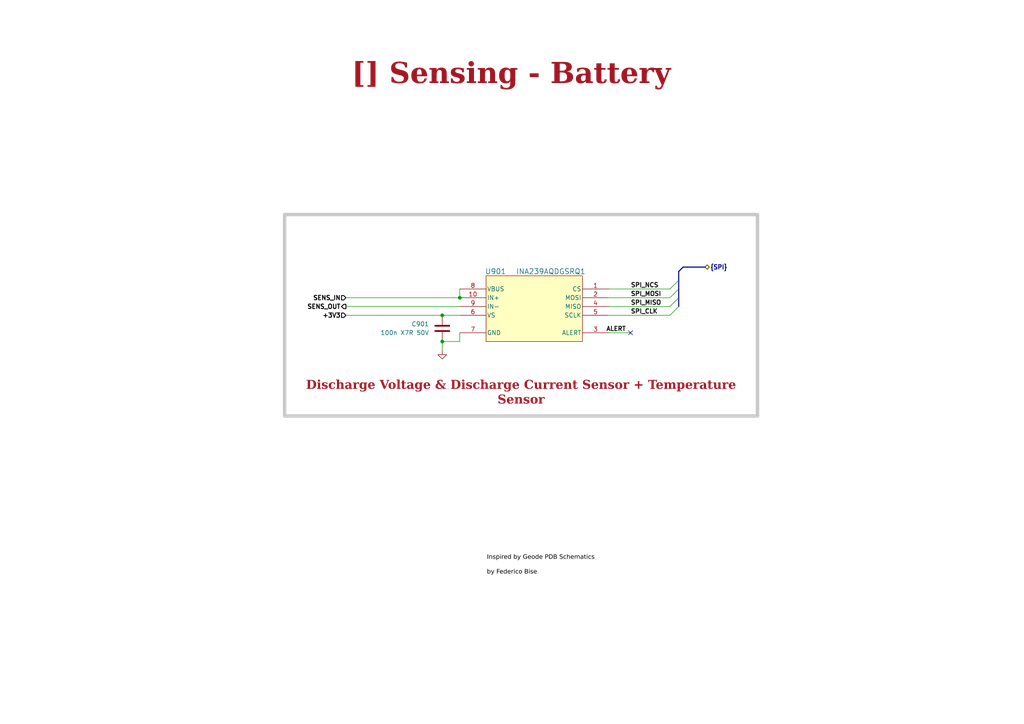
<source format=kicad_sch>
(kicad_sch (version 20231120) (generator "eeschema") (generator_version "8.0")
  (paper "A4")
  (title_block (title "Sensing - Battery") (date "Last Modified Date") (rev "${REVISION}") (company "${COMPANY}"))
  (lib_symbols
    (symbol "Charge_Manager_SYM:INA239AQDGSRQ1" (pin_names (offset 0.254))
      (property "Reference" "U901" (at 32.766 5.08 0))
      (property "Value" "INA239AQDGSRQ1" (at 16.764 5.08 0))
      (symbol "INA239AQDGSRQ1_0_1"
        (pin input line (at 0 0 0) (length 7.62) (name "CS") (number "1"))
        (pin input line (at 43.18 -2.54 180) (length 7.62) (name "IN+") (number "10"))
        (pin input line (at 0 -2.54 0) (length 7.62) (name "MOSI") (number "2"))
        (pin output line (at 0 -12.7 0) (length 7.62) (name "ALERT") (number "3"))
        (pin output line (at 0 -5.08 0) (length 7.62) (name "MISO") (number "4"))
        (pin input line (at 0 -7.62 0) (length 7.62) (name "SCLK") (number "5"))
        (pin power_in line (at 43.18 -7.62 180) (length 7.62) (name "VS") (number "6"))
        (pin power_out line (at 43.18 -12.7 180) (length 7.62) (name "GND") (number "7"))
        (pin input line (at 43.18 0 180) (length 7.62) (name "VBUS") (number "8"))
        (pin input line (at 43.18 -5.08 180) (length 7.62) (name "IN-") (number "9"))
      )
      (symbol "INA239AQDGSRQ1_1_1"
        (rectangle (start 7.62 3.81) (end 35.56 -15.24) (fill (type background)))
      )
    )
    (symbol "Device:C" (pin_numbers hide) (pin_names (offset 0.254))
      (property "Reference" "C" (at 0.635 2.54 0))
      (property "Value" "C" (at 0.635 -2.54 0))
      (symbol "C_0_1"
        (polyline (pts (xy -2.032 -0.762) (xy 2.032 -0.762)) (stroke (width 0.508)))
        (polyline (pts (xy -2.032 0.762) (xy 2.032 0.762)) (stroke (width 0.508)))
      )
      (symbol "C_1_1"
        (pin passive line (at 0 3.81 270) (length 2.794) (name "~") (number "1"))
        (pin passive line (at 0 -3.81 90) (length 2.794) (name "~") (number "2"))
      )
    )
    (symbol "power:GND" (power) (pin_numbers hide) (pin_names (offset 0) hide)
      (property "Value" "GND" (at 0 -3.81 0))
      (symbol "GND_0_1"
        (polyline (pts (xy 0 0) (xy 0 -1.27) (xy 1.27 -1.27) (xy 0 -2.54) (xy -1.27 -1.27) (xy 0 -1.27)))
      )
      (symbol "GND_1_1"
        (pin power_in line (at 0 0 270) (length 0) (name "~") (number "1"))
      )
    )
  )
  (junction (at 133.35 86.36))
  (junction (at 128.27 91.44))
  (junction (at 128.27 99.06))
  (no_connect (at 182.88 96.52))
  (bus_entry (at 196.85 81.28) (size -2.54 2.54))
  (bus_entry (at 196.85 86.36) (size -2.54 2.54))
  (bus_entry (at 196.85 83.82) (size -2.54 2.54))
  (bus_entry (at 196.85 88.9) (size -2.54 2.54))
  (wire (pts (xy 100.33 91.44) (xy 128.27 91.44)))
  (wire (pts (xy 133.35 83.82) (xy 133.35 86.36)))
  (bus (pts (xy 196.85 78.74) (xy 196.85 81.28)))
  (wire (pts (xy 176.53 86.36) (xy 194.31 86.36)))
  (bus (pts (xy 196.85 86.36) (xy 196.85 83.82)))
  (bus (pts (xy 196.85 88.9) (xy 196.85 86.36)))
  (bus (pts (xy 196.85 83.82) (xy 196.85 81.28)))
  (wire (pts (xy 176.53 83.82) (xy 194.31 83.82)))
  (wire (pts (xy 100.33 88.9) (xy 133.35 88.9)))
  (wire (pts (xy 176.53 91.44) (xy 194.31 91.44)))
  (wire (pts (xy 128.27 91.44) (xy 133.35 91.44)))
  (wire (pts (xy 133.35 96.52) (xy 133.35 99.06)))
  (wire (pts (xy 133.35 99.06) (xy 128.27 99.06)))
  (wire (pts (xy 128.27 99.06) (xy 128.27 101.6)))
  (bus (pts (xy 198.12 77.47) (xy 196.85 78.74)))
  (wire (pts (xy 133.35 86.36) (xy 100.33 86.36)))
  (bus (pts (xy 198.12 77.47) (xy 204.47 77.47)))
  (wire (pts (xy 176.53 88.9) (xy 194.31 88.9)))
  (wire (pts (xy 182.88 96.52) (xy 176.53 96.52)))
  (rectangle (start 82.55 62.23) (end 219.71 120.65) (stroke (width 1) (color 200 200 200 1)))
  (text_box "[${#}] ${TITLE}" (at 9.525 15.24 0) (size 277.495 12.7) (stroke (width -0.0001)) (effects (font (size 6 6) (thickness 1.2) (bold yes))))
  (text_box "Discharge Voltage & Discharge Current Sensor + Temperature Sensor" (at 82.55 111.76 0) (size 137.16 7.62) (stroke (width -0.0001)) (effects (font (size 2.54 2.54) (thickness 0.508) (bold yes)) (justify bottom)))
  (text "Inspired by Geode PDB Schematics\n\nby Federico Bise" (at 141.224 167.132 0) (effects (font (size 1.27 1.27)) (justify left bottom)))
  (label "SPI_MISO" (at 182.88 88.9 0) (effects (font (thickness 0.254) (bold yes))))
  (label "SPI_CLK" (at 182.88 91.44 0) (effects (font (thickness 0.254) (bold yes))))
  (label "SPI_NCS" (at 182.88 83.82 0) (effects (font (thickness 0.254) (bold yes))))
  (label "SPI_MOSI" (at 182.88 86.36 0) (effects (font (thickness 0.254) (bold yes))))
  (label "ALERT" (at 181.61 96.52 180) (effects (font (thickness 0.254) (bold yes))))
  (hierarchical_label "SENS_OUT" (shape output) (at 100.33 88.9 180) (effects (font (thickness 0.254) (bold yes))) (property "Netclass" "+VBAT" (effects (hide yes))))
  (hierarchical_label "{SPI}" (shape bidirectional) (at 204.47 77.47 0) (effects (font (thickness 0.254) (bold yes))))
  (hierarchical_label "+3V3" (shape input) (at 100.33 91.44 180) (effects (font (thickness 0.254) (bold yes))) (property "Netclass" "+3V3" (effects (hide yes))))
  (hierarchical_label "SENS_IN" (shape input) (at 100.33 86.36 180) (effects (font (thickness 0.254) (bold yes))) (property "Netclass" "+VBAT" (effects (hide yes))))
  (symbol (lib_id "Device:C") (at 128.27 95.25 0) (unit 1)
    (property "Reference" "C901" (at 124.46 93.98 0) (effects (justify right)))
    (property "Value" "100n X7R 50V" (at 124.46 96.52 0) (effects (justify right)))
    (property "Description" "Unpolarized capacitor" (effects (hide yes)))
  )
  (symbol (lib_id "power:GND") (at 128.27 101.6 0) (mirror y) (unit 1)
    (property "Reference" "#PWR0901" (effects (hide yes)))
    (property "Value" "GND" (effects (hide yes)))
    (property "Description" "Power symbol creates a global label with name \"GND\" , ground" (effects (hide yes)))
  )
  (symbol (lib_id "Charge_Manager_SYM:INA239AQDGSRQ1") (at 176.53 83.82 0) (mirror y) (unit 1)
    (property "Reference" "U901" (at 143.764 78.74 0) (effects (font (size 1.524 1.524))))
    (property "Value" "INA239AQDGSRQ1" (at 159.766 78.74 0) (effects (font (size 1.524 1.524))))
    (property "Footprint" "VSSOP10_DGS_TEX" (effects (hide yes)))
    (property "Datasheet" "https://www.ti.com/lit/ds/symlink/ina239-q1.pdf?ts=1728748551604" (effects (hide yes)))
    (property "Description" "Contrôleurs et régulateurs de courant et de puissance AEC-Q100, 85-V, 16-bit, high-precision, SPI output current/voltage/power monitor 10-VSSOP -40 to 125" (effects (hide yes)))
    (property "Manufacturer Part Number" "INA239AQDGSRQ1" (effects (hide yes)))
    (property "Manufacturer" "Texas Instruments" (effects (hide yes)))
    (property "Supplier Part Number" "595-INA239AQDGSRQ1" (effects (hide yes)))
    (property "Supplier" "Mouser Electronics" (effects (hide yes)))
  )
)
</source>
